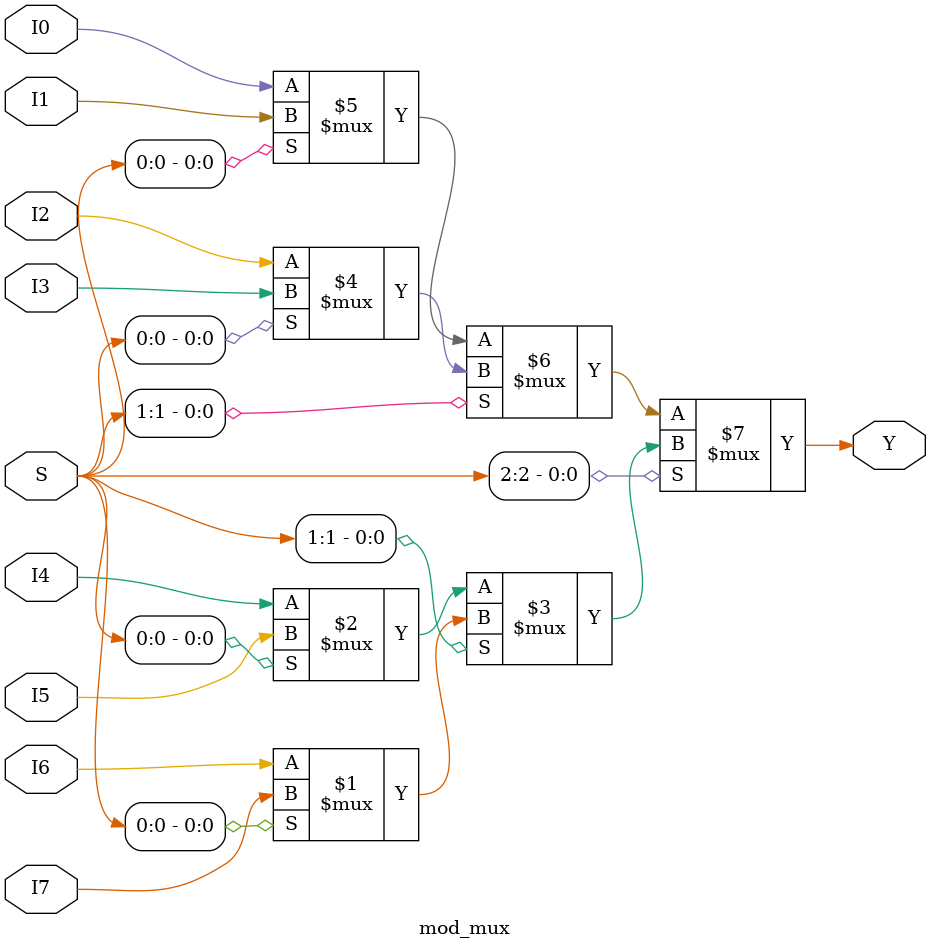
<source format=v>
`timescale 1ns / 1ps


module mod_mux(
output Y,
input I0,
input I1,
input I2,
input I3,
input I4,
input I5,
input I6,
input I7,
input [2:0]S   );
//wire w1,w2,w3;
/*
assign w1=~S[0];
assign w2=~S[1];
assign w3=~S[2];*/
assign Y=S[2]?(S[1]?(S[0]?I7:I6):(S[0]?I5:I4)):(S[1]?(S[0]?I3:I2):(S[0]?I1:I0));
endmodule

</source>
